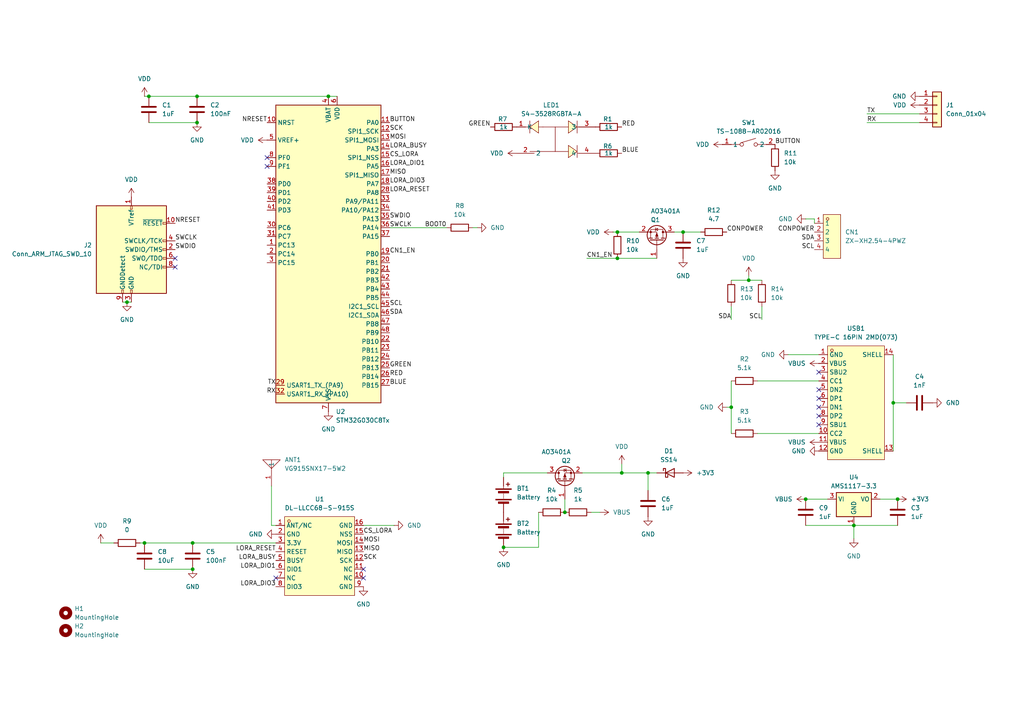
<source format=kicad_sch>
(kicad_sch (version 20250114) (generator "eeschema") (generator_version "9.0")
  (paper "A4")
  (lib_symbols
    (symbol "Connector:Conn_ARM_JTAG_SWD_10" (pin_names (offset 1.016))
      (property "Reference" "J" (at -2.54 16.51 0))
      (property "Value" "Conn_ARM_JTAG_SWD_10" (at -2.54 13.97 0))
      (symbol "Conn_ARM_JTAG_SWD_10_0_1"
        (rectangle (start -10.16 12.7) (end 10.16 -12.7) (stroke (width 0.254)) (fill (type background)))
        (rectangle (start -2.794 -12.7) (end -2.286 -11.684))
        (rectangle (start -0.254 12.7) (end 0.254 11.684))
        (rectangle (start -0.254 -12.7) (end 0.254 -11.684))
        (rectangle (start 9.144 2.286) (end 10.16 2.794))
        (rectangle (start 10.16 7.874) (end 9.144 7.366))
        (rectangle (start 10.16 -0.254) (end 9.144 0.254))
        (rectangle (start 10.16 -2.794) (end 9.144 -2.286))
      )
      (symbol "Conn_ARM_JTAG_SWD_10_1_1"
        (rectangle (start 9.144 -5.334) (end 10.16 -4.826))
        (pin no_connect line (at -10.16 0 0) (length 2.54) (hide yes) (name "KEY") (number "7"))
        (pin passive line (at -2.54 -15.24 90) (length 2.54) (name "GNDDetect") (number "9"))
        (pin power_in line (at 0 15.24 270) (length 2.54) (name "VTref") (number "1"))
        (pin power_in line (at 0 -15.24 90) (length 2.54) (name "GND") (number "3"))
        (pin passive line (at 0 -15.24 90) (length 2.54) (hide yes) (name "GND") (number "5"))
        (pin open_collector line (at 12.7 7.62 180) (length 2.54) (name "~{RESET}") (number "10"))
        (pin output line (at 12.7 2.54 180) (length 2.54) (name "SWCLK/TCK") (number "4"))
        (pin bidirectional line (at 12.7 0 180) (length 2.54) (name "SWDIO/TMS") (number "2"))
        (pin input line (at 12.7 -2.54 180) (length 2.54) (name "SWO/TDO") (number "6"))
        (pin output line (at 12.7 -5.08 180) (length 2.54) (name "NC/TDI") (number "8"))
      )
    )
    (symbol "Connector_Generic:Conn_01x04" (pin_names (offset 1.016) (hide yes))
      (property "Reference" "J" (at 0 5.08 0))
      (property "Value" "Conn_01x04" (at 0 -7.62 0))
      (symbol "Conn_01x04_1_1"
        (rectangle (start -1.27 3.81) (end 1.27 -6.35) (stroke (width 0.254)) (fill (type background)))
        (rectangle (start -1.27 2.667) (end 0 2.413) (stroke (width 0.1524)))
        (rectangle (start -1.27 0.127) (end 0 -0.127) (stroke (width 0.1524)))
        (rectangle (start -1.27 -2.413) (end 0 -2.667) (stroke (width 0.1524)))
        (rectangle (start -1.27 -4.953) (end 0 -5.207) (stroke (width 0.1524)))
        (pin passive line (at -5.08 2.54 0) (length 3.81) (name "Pin_1") (number "1"))
        (pin passive line (at -5.08 0 0) (length 3.81) (name "Pin_2") (number "2"))
        (pin passive line (at -5.08 -2.54 0) (length 3.81) (name "Pin_3") (number "3"))
        (pin passive line (at -5.08 -5.08 0) (length 3.81) (name "Pin_4") (number "4"))
      )
    )
    (symbol "Device:Battery" (pin_numbers (hide yes)) (pin_names (offset 0) (hide yes))
      (property "Reference" "BT" (at 2.54 2.54 0))
      (property "Value" "Battery" (at 2.54 0 0))
      (symbol "Battery_0_1"
        (rectangle (start -2.286 1.778) (end 2.286 1.524) (fill (type outline)))
        (rectangle (start -2.286 -1.27) (end 2.286 -1.524) (fill (type outline)))
        (rectangle (start -1.524 1.016) (end 1.524 0.508) (fill (type outline)))
        (rectangle (start -1.524 -2.032) (end 1.524 -2.54) (fill (type outline)))
        (polyline (pts (xy 0 1.778) (xy 0 2.54)))
        (polyline (pts (xy 0 0) (xy 0 0.254)))
        (polyline (pts (xy 0 -0.508) (xy 0 -0.254)))
        (polyline (pts (xy 0 -1.016) (xy 0 -0.762)))
        (polyline (pts (xy 0.762 3.048) (xy 1.778 3.048)) (stroke (width 0.254)))
        (polyline (pts (xy 1.27 3.556) (xy 1.27 2.54)) (stroke (width 0.254)))
      )
      (symbol "Battery_1_1"
        (pin passive line (at 0 5.08 270) (length 2.54) (name "+") (number "1"))
        (pin passive line (at 0 -5.08 90) (length 2.54) (name "-") (number "2"))
      )
    )
    (symbol "Device:C" (pin_numbers (hide yes)) (pin_names (offset 0.254))
      (property "Reference" "C" (at 0.635 2.54 0))
      (property "Value" "C" (at 0.635 -2.54 0))
      (symbol "C_0_1"
        (polyline (pts (xy -2.032 0.762) (xy 2.032 0.762)) (stroke (width 0.508)))
        (polyline (pts (xy -2.032 -0.762) (xy 2.032 -0.762)) (stroke (width 0.508)))
      )
      (symbol "C_1_1"
        (pin passive line (at 0 3.81 270) (length 2.794) (name "~") (number "1"))
        (pin passive line (at 0 -3.81 90) (length 2.794) (name "~") (number "2"))
      )
    )
    (symbol "Device:R" (pin_numbers (hide yes)) (pin_names (offset 0))
      (property "Reference" "R" (at 2.032 0 90))
      (property "Value" "R" (at 0 0 90))
      (symbol "R_0_1"
        (rectangle (start -1.016 -2.54) (end 1.016 2.54) (stroke (width 0.254)))
      )
      (symbol "R_1_1"
        (pin passive line (at 0 3.81 270) (length 1.27) (name "~") (number "1"))
        (pin passive line (at 0 -3.81 90) (length 1.27) (name "~") (number "2"))
      )
    )
    (symbol "Diode:SS14" (pin_numbers (hide yes)) (pin_names (offset 1.016) (hide yes))
      (property "Reference" "D" (at 0 2.54 0))
      (property "Value" "SS14" (at 0 -2.54 0))
      (symbol "SS14_0_1"
        (polyline (pts (xy -1.905 0.635) (xy -1.905 1.27) (xy -1.27 1.27) (xy -1.27 -1.27) (xy -0.635 -1.27) (xy -0.635 -0.635)) (stroke (width 0.254)))
        (polyline (pts (xy 1.27 1.27) (xy 1.27 -1.27) (xy -1.27 0) (xy 1.27 1.27)) (stroke (width 0.254)))
        (polyline (pts (xy 1.27 0) (xy -1.27 0)))
      )
      (symbol "SS14_1_1"
        (pin passive line (at -3.81 0 0) (length 2.54) (name "K") (number "1"))
        (pin passive line (at 3.81 0 180) (length 2.54) (name "A") (number "2"))
      )
    )
    (symbol "MCU_ST_STM32G0:STM32G030C8Tx"
      (property "Reference" "U2" (at 2.1433 -45.72 0))
      (property "Value" "STM32G030C8Tx" (at 2.1433 -48.26 0))
      (symbol "STM32G030C8Tx_0_1"
        (rectangle (start -15.24 43.18) (end 15.24 -43.18) (stroke (width 0.254)) (fill (type background)))
      )
      (symbol "STM32G030C8Tx_1_1"
        (pin input line (at -17.78 38.1 0) (length 2.54) (name "NRST") (number "10"))
        (pin input line (at -17.78 33.02 0) (length 2.54) (name "VREF+") (number "5"))
        (pin bidirectional line (at -17.78 27.94 0) (length 2.54) (name "PF0") (number "8"))
        (pin bidirectional line (at -17.78 25.4 0) (length 2.54) (name "PF1") (number "9"))
        (pin bidirectional line (at -17.78 20.32 0) (length 2.54) (name "PD0") (number "38"))
        (pin bidirectional line (at -17.78 17.78 0) (length 2.54) (name "PD1") (number "39"))
        (pin bidirectional line (at -17.78 15.24 0) (length 2.54) (name "PD2") (number "40"))
        (pin bidirectional line (at -17.78 12.7 0) (length 2.54) (name "PD3") (number "41"))
        (pin bidirectional line (at -17.78 7.62 0) (length 2.54) (name "PC6") (number "30"))
        (pin bidirectional line (at -17.78 5.08 0) (length 2.54) (name "PC7") (number "31"))
        (pin bidirectional line (at -17.78 2.54 0) (length 2.54) (name "PC13") (number "1"))
        (pin bidirectional line (at -17.78 0 0) (length 2.54) (name "PC14") (number "2"))
        (pin bidirectional line (at -17.78 -2.54 0) (length 2.54) (name "PC15") (number "3"))
        (pin bidirectional line (at -15.24 -38.1 0) (length 2.54) (name "NC/PA9") (number "29") (alternate "USART1_TX (PA9)" bidirectional line))
        (pin bidirectional line (at -15.24 -40.64 0) (length 2.54) (name "NC/PA10") (number "32") (alternate "USART1_RX (PA10)" bidirectional line))
        (pin power_in line (at 0 45.72 270) (length 2.54) (name "VBAT") (number "4"))
        (pin power_in line (at 0 -45.72 90) (length 2.54) (name "VSS") (number "7"))
        (pin power_in line (at 2.54 45.72 270) (length 2.54) (name "VDD") (number "6"))
        (pin bidirectional line (at 17.78 38.1 180) (length 2.54) (name "PA0") (number "11"))
        (pin bidirectional line (at 17.78 35.56 180) (length 2.54) (name "PA1") (number "12") (alternate "SPI1_SCK" bidirectional line))
        (pin bidirectional line (at 17.78 33.02 180) (length 2.54) (name "PA2") (number "13") (alternate "SPI1_MOSI" bidirectional line))
        (pin bidirectional line (at 17.78 30.48 180) (length 2.54) (name "PA3") (number "14"))
        (pin bidirectional line (at 17.78 27.94 180) (length 2.54) (name "PA4") (number "15") (alternate "SPI1_NSS" bidirectional line))
        (pin bidirectional line (at 17.78 25.4 180) (length 2.54) (name "PA5") (number "16") (alternate "SPI1_SCK" bidirectional line))
        (pin bidirectional line (at 17.78 22.86 180) (length 2.54) (name "PA6") (number "17") (alternate "SPI1_MISO" bidirectional line))
        (pin bidirectional line (at 17.78 20.32 180) (length 2.54) (name "PA7") (number "18") (alternate "SPI1_MOSI" bidirectional line))
        (pin bidirectional line (at 17.78 17.78 180) (length 2.54) (name "PA8") (number "28"))
        (pin bidirectional line (at 17.78 15.24 180) (length 2.54) (name "PA9/PA11") (number "33") (alternate "USART1_TX (PA9)" bidirectional line))
        (pin bidirectional line (at 17.78 12.7 180) (length 2.54) (name "PA10/PA12") (number "34") (alternate "USART1_RX (PA10)" bidirectional line))
        (pin bidirectional line (at 17.78 10.16 180) (length 2.54) (name "PA13") (number "35"))
        (pin bidirectional line (at 17.78 7.62 180) (length 2.54) (name "PA14") (number "36"))
        (pin bidirectional line (at 17.78 5.08 180) (length 2.54) (name "PA15") (number "37") (alternate "SPI1_NSS" bidirectional line))
        (pin bidirectional line (at 17.78 0 180) (length 2.54) (name "PB0") (number "19") (alternate "SPI1_NSS" bidirectional line))
        (pin bidirectional line (at 17.78 -2.54 180) (length 2.54) (name "PB1") (number "20"))
        (pin bidirectional line (at 17.78 -5.08 180) (length 2.54) (name "PB2") (number "21"))
        (pin bidirectional line (at 17.78 -7.62 180) (length 2.54) (name "PB3") (number "42") (alternate "SPI1_SCK" bidirectional line))
        (pin bidirectional line (at 17.78 -10.16 180) (length 2.54) (name "PB4") (number "43") (alternate "SPI1_MISO" bidirectional line))
        (pin bidirectional line (at 17.78 -12.7 180) (length 2.54) (name "PB5") (number "44") (alternate "SPI1_MOSI" bidirectional line))
        (pin bidirectional line (at 17.78 -15.24 180) (length 2.54) (name "PB6") (number "45") (alternate "I2C1_SCL" bidirectional line))
        (pin bidirectional line (at 17.78 -17.78 180) (length 2.54) (name "PB7") (number "46") (alternate "I2C1_SDA" bidirectional line))
        (pin bidirectional line (at 17.78 -20.32 180) (length 2.54) (name "PB8") (number "47") (alternate "I2C1_SCL" bidirectional line))
        (pin bidirectional line (at 17.78 -22.86 180) (length 2.54) (name "PB9") (number "48") (alternate "I2C1_SDA" bidirectional line))
        (pin bidirectional line (at 17.78 -25.4 180) (length 2.54) (name "PB10") (number "22"))
        (pin bidirectional line (at 17.78 -27.94 180) (length 2.54) (name "PB11") (number "23"))
        (pin bidirectional line (at 17.78 -30.48 180) (length 2.54) (name "PB12") (number "24"))
        (pin bidirectional line (at 17.78 -33.02 180) (length 2.54) (name "PB13") (number "25"))
        (pin bidirectional line (at 17.78 -35.56 180) (length 2.54) (name "PB14") (number "26"))
        (pin bidirectional line (at 17.78 -38.1 180) (length 2.54) (name "PB15") (number "27"))
      )
    )
    (symbol "Mechanical:MountingHole" (pin_names (offset 1.016)) (in_bom no)
      (property "Reference" "H" (at 0 5.08 0))
      (property "Value" "MountingHole" (at 0 3.175 0))
      (symbol "MountingHole_0_1"
        (circle (center 0 0) (radius 1.27) (stroke (width 1.27)))
      )
    )
    (symbol "Regulator_Linear:AMS1117-3.3"
      (property "Reference" "U" (at -3.81 3.175 0))
      (property "Value" "AMS1117-3.3" (at 0 3.175 0))
      (symbol "AMS1117-3.3_0_1"
        (rectangle (start -5.08 -5.08) (end 5.08 1.905) (stroke (width 0.254)) (fill (type background)))
      )
      (symbol "AMS1117-3.3_1_1"
        (pin power_in line (at -7.62 0 0) (length 2.54) (name "VI") (number "3"))
        (pin power_in line (at 0 -7.62 90) (length 2.54) (name "GND") (number "1"))
        (pin power_out line (at 7.62 0 180) (length 2.54) (name "VO") (number "2"))
      )
    )
    (symbol "Transistor_FET:AO3401A" (pin_names (hide yes))
      (property "Reference" "Q" (at 5.08 1.905 0))
      (property "Value" "AO3401A" (at 5.08 0 0))
      (symbol "AO3401A_0_1"
        (polyline (pts (xy 0.254 1.905) (xy 0.254 -1.905)) (stroke (width 0.254)))
        (polyline (pts (xy 0.254 0) (xy -2.54 0)))
        (polyline (pts (xy 0.762 2.286) (xy 0.762 1.27)) (stroke (width 0.254)))
        (polyline (pts (xy 0.762 1.778) (xy 3.302 1.778) (xy 3.302 -1.778) (xy 0.762 -1.778)))
        (polyline (pts (xy 0.762 0.508) (xy 0.762 -0.508)) (stroke (width 0.254)))
        (polyline (pts (xy 0.762 -1.27) (xy 0.762 -2.286)) (stroke (width 0.254)))
        (circle (center 1.651 0) (radius 2.794) (stroke (width 0.254)))
        (polyline (pts (xy 2.286 0) (xy 1.27 0.381) (xy 1.27 -0.381) (xy 2.286 0)) (fill (type outline)))
        (polyline (pts (xy 2.54 2.54) (xy 2.54 1.778)))
        (circle (center 2.54 1.778) (radius 0.254) (fill (type outline)))
        (circle (center 2.54 -1.778) (radius 0.254) (fill (type outline)))
        (polyline (pts (xy 2.54 -2.54) (xy 2.54 0) (xy 0.762 0)))
        (polyline (pts (xy 2.794 -0.508) (xy 2.921 -0.381) (xy 3.683 -0.381) (xy 3.81 -0.254)))
        (polyline (pts (xy 3.302 -0.381) (xy 2.921 0.254) (xy 3.683 0.254) (xy 3.302 -0.381)))
      )
      (symbol "AO3401A_1_1"
        (pin input line (at -5.08 0 0) (length 2.54) (name "G") (number "1"))
        (pin passive line (at 2.54 5.08 270) (length 2.54) (name "D") (number "3"))
        (pin passive line (at 2.54 -5.08 90) (length 2.54) (name "S") (number "2"))
      )
    )
    (symbol "easyeda:DL-LLCC68-S-915S"
      (property "Reference" "U" (at 0 13.97 0))
      (property "Value" "DL-LLCC68-S-915S" (at 0 -13.97 0))
      (symbol "DL-LLCC68-S-915S_0_1"
        (rectangle (start -10.16 11.43) (end 10.16 -11.43) (fill (type background)))
        (circle (center -8.89 10.16) (radius 0.38))
        (pin unspecified line (at -12.7 8.89 0) (length 2.54) (name "ANT/NC") (number "1"))
        (pin unspecified line (at -12.7 6.35 0) (length 2.54) (name "GND") (number "2"))
        (pin unspecified line (at -12.7 3.81 0) (length 2.54) (name "3.3V") (number "3"))
        (pin unspecified line (at -12.7 1.27 0) (length 2.54) (name "RESET") (number "4"))
        (pin unspecified line (at -12.7 -1.27 0) (length 2.54) (name "BUSY") (number "5"))
        (pin unspecified line (at -12.7 -3.81 0) (length 2.54) (name "DIO1") (number "6"))
        (pin unspecified line (at -12.7 -6.35 0) (length 2.54) (name "NC") (number "7"))
        (pin unspecified line (at -12.7 -8.89 0) (length 2.54) (name "DIO3") (number "8"))
        (pin unspecified line (at 12.7 8.89 180) (length 2.54) (name "GND") (number "16"))
        (pin unspecified line (at 12.7 6.35 180) (length 2.54) (name "NSS") (number "15"))
        (pin unspecified line (at 12.7 3.81 180) (length 2.54) (name "MOSI") (number "14"))
        (pin unspecified line (at 12.7 1.27 180) (length 2.54) (name "MISO") (number "13"))
        (pin unspecified line (at 12.7 -1.27 180) (length 2.54) (name "SCK") (number "12"))
        (pin unspecified line (at 12.7 -3.81 180) (length 2.54) (name "NC") (number "11"))
        (pin unspecified line (at 12.7 -6.35 180) (length 2.54) (name "NC") (number "10"))
        (pin unspecified line (at 12.7 -8.89 180) (length 2.54) (name "GND") (number "9"))
      )
    )
    (symbol "easyeda:S4-3528RGBTA-A"
      (property "Reference" "LED" (at 0 5.08 0))
      (property "Value" "S4-3528RGBTA-A" (at 0 -12.19 0))
      (symbol "S4-3528RGBTA-A_0_1"
        (polyline (pts (xy -1.27 1.78) (xy -1.27 -1.78)))
        (polyline (pts (xy -1.27 0) (xy -2.54 0)))
        (polyline (pts (xy 1.27 1.78) (xy -1.27 0) (xy 1.27 -1.78) (xy 1.27 1.78)) (fill (type background)))
        (polyline (pts (xy 2.54 0) (xy 1.27 0)))
        (polyline (pts (xy 2.54 0) (xy 9.91 0)))
        (polyline (pts (xy 6.1 0) (xy 6.1 -7.11) (xy 9.91 -7.11)))
        (polyline (pts (xy 6.1 -7.11) (xy -1.27 -7.11)))
        (polyline (pts (xy 9.91 -1.78) (xy 12.45 0) (xy 9.91 1.78) (xy 9.91 -1.78)) (fill (type background)))
        (polyline (pts (xy 9.91 -8.89) (xy 12.45 -7.11) (xy 9.91 -5.33) (xy 9.91 -8.89)) (fill (type background)))
        (polyline (pts (xy 12.45 -1.78) (xy 12.45 1.78)))
        (polyline (pts (xy 12.45 -8.89) (xy 12.45 -5.33)))
        (pin unspecified line (at -5.08 0 0) (length 2.54) (name "K") (number "1"))
        (pin unspecified line (at -5.08 -7.62 0) (length 5.08) (name "2") (number "2"))
        (pin unspecified line (at 17.78 0 180) (length 5.08) (name "3") (number "3"))
        (pin unspecified line (at 17.78 -7.62 180) (length 5.08) (name "4") (number "4"))
      )
    )
    (symbol "easyeda:TS-1088-AR02016"
      (property "Reference" "SW" (at 0 5.08 0))
      (property "Value" "TS-1088-AR02016" (at 0 -5.08 0))
      (symbol "TS-1088-AR02016_0_1"
        (polyline (pts (xy -5.08 0) (xy -2.54 0)))
        (polyline (pts (xy -2.29 0.51) (xy 2.03 1.78)))
        (circle (center -2.03 0) (radius 0.51))
        (circle (center 2.03 0) (radius 0.51))
        (polyline (pts (xy 5.08 0) (xy 2.54 0)))
        (pin unspecified line (at -7.62 0 0) (length 2.54) (name "1") (number "1"))
        (pin unspecified line (at 7.62 0 180) (length 2.54) (name "2") (number "2"))
      )
    )
    (symbol "easyeda:TYPE-C16PIN2MD(073)"
      (property "Reference" "USB" (at 0 19.05 0))
      (property "Value" "TYPE-C 16PIN 2MD(073)" (at 0 -19.05 0))
      (symbol "TYPE-C16PIN2MD(073)_0_1"
        (rectangle (start -8.89 16.51) (end 7.62 -16.51) (fill (type background)))
        (circle (center -7.62 15.24) (radius 0.38))
        (pin unspecified line (at -11.43 13.97 0) (length 2.54) (name "GND") (number "1"))
        (pin unspecified line (at -11.43 11.43 0) (length 2.54) (name "VBUS") (number "2"))
        (pin unspecified line (at -11.43 8.89 0) (length 2.54) (name "SBU2") (number "3"))
        (pin unspecified line (at -11.43 6.35 0) (length 2.54) (name "CC1") (number "4"))
        (pin unspecified line (at -11.43 3.81 0) (length 2.54) (name "DN2") (number "5"))
        (pin unspecified line (at -11.43 1.27 0) (length 2.54) (name "DP1") (number "6"))
        (pin unspecified line (at -11.43 -1.27 0) (length 2.54) (name "DN1") (number "7"))
        (pin unspecified line (at -11.43 -3.81 0) (length 2.54) (name "DP2") (number "8"))
        (pin unspecified line (at -11.43 -6.35 0) (length 2.54) (name "SBU1") (number "9"))
        (pin unspecified line (at -11.43 -8.89 0) (length 2.54) (name "CC2") (number "10"))
        (pin unspecified line (at -11.43 -11.43 0) (length 2.54) (name "VBUS") (number "11"))
        (pin unspecified line (at -11.43 -13.97 0) (length 2.54) (name "GND") (number "12"))
        (pin unspecified line (at 10.16 13.97 180) (length 2.54) (name "SHELL") (number "14"))
        (pin unspecified line (at 10.16 -13.97 180) (length 2.54) (name "SHELL") (number "13"))
      )
    )
    (symbol "easyeda:VG915SNX17-5W2"
      (property "Reference" "ANT" (at 0 2.54 0))
      (property "Value" "VG915SNX17-5W2" (at 0 -7.62 0))
      (symbol "VG915SNX17-5W2_0_1"
        (polyline (pts (xy 0 2.54) (xy -2.54 5.08) (xy 2.54 5.08) (xy 0 2.54) (xy 0 5.08)))
        (pin unspecified line (at 0 -2.54 90) (length 5.08) (name "1") (number "1"))
      )
    )
    (symbol "easyeda:ZX-XH2.54-4PWZ"
      (property "Reference" "CN" (at 0 8.89 0))
      (property "Value" "ZX-XH2.54-4PWZ" (at 0 -8.89 0))
      (symbol "ZX-XH2.54-4PWZ_0_1"
        (rectangle (start -2.54 6.35) (end 2.54 -6.35) (fill (type background)))
        (circle (center -1.27 5.08) (radius 0.38))
        (pin unspecified line (at -5.08 3.81 0) (length 2.54) (name "1") (number "1"))
        (pin unspecified line (at -5.08 1.27 0) (length 2.54) (name "2") (number "2"))
        (pin unspecified line (at -5.08 -1.27 0) (length 2.54) (name "3") (number "3"))
        (pin unspecified line (at -5.08 -3.81 0) (length 2.54) (name "4") (number "4"))
      )
    )
    (symbol "power:+3V3" (power) (pin_numbers (hide yes)) (pin_names (offset 0) (hide yes))
      (property "Value" "+3V3" (at 0 3.556 0))
      (symbol "+3V3_0_1"
        (polyline (pts (xy -0.762 1.27) (xy 0 2.54)))
        (polyline (pts (xy 0 2.54) (xy 0.762 1.27)))
        (polyline (pts (xy 0 0) (xy 0 2.54)))
      )
      (symbol "+3V3_1_1"
        (pin power_in line (at 0 0 90) (length 0) (name "~") (number "1"))
      )
    )
    (symbol "power:GND" (power) (pin_numbers (hide yes)) (pin_names (offset 0) (hide yes))
      (property "Value" "GND" (at 0 -3.81 0))
      (symbol "GND_0_1"
        (polyline (pts (xy 0 0) (xy 0 -1.27) (xy 1.27 -1.27) (xy 0 -2.54) (xy -1.27 -1.27) (xy 0 -1.27)))
      )
      (symbol "GND_1_1"
        (pin power_in line (at 0 0 270) (length 0) (name "~") (number "1"))
      )
    )
    (symbol "power:VBUS" (power) (pin_numbers (hide yes)) (pin_names (offset 0) (hide yes))
      (property "Value" "VBUS" (at 0 3.556 0))
      (symbol "VBUS_0_1"
        (polyline (pts (xy -0.762 1.27) (xy 0 2.54)))
        (polyline (pts (xy 0 2.54) (xy 0.762 1.27)))
        (polyline (pts (xy 0 0) (xy 0 2.54)))
      )
      (symbol "VBUS_1_1"
        (pin power_in line (at 0 0 90) (length 0) (name "~") (number "1"))
      )
    )
    (symbol "power:VDD" (power) (pin_numbers (hide yes)) (pin_names (offset 0) (hide yes))
      (property "Value" "VDD" (at 0 3.556 0))
      (symbol "VDD_0_1"
        (polyline (pts (xy -0.762 1.27) (xy 0 2.54)))
        (polyline (pts (xy 0 2.54) (xy 0.762 1.27)))
        (polyline (pts (xy 0 0) (xy 0 2.54)))
      )
      (symbol "VDD_1_1"
        (pin power_in line (at 0 0 90) (length 0) (name "~") (number "1"))
      )
    )
  )
  (junction (at 180.34 137.16))
  (junction (at 187.96 137.16))
  (junction (at 247.65 152.4))
  (junction (at 233.68 144.78))
  (junction (at 57.15 27.94))
  (junction (at 179.07 67.31))
  (junction (at 179.07 74.93))
  (junction (at 55.88 165.1))
  (junction (at 41.91 157.48))
  (junction (at 43.18 27.94))
  (junction (at 198.12 67.31))
  (junction (at 260.35 144.78))
  (junction (at 95.25 27.94))
  (junction (at 212.09 118.11))
  (junction (at 36.83 87.63))
  (junction (at 55.88 157.48))
  (junction (at 163.83 148.59))
  (junction (at 217.17 81.28))
  (junction (at 146.05 158.75))
  (junction (at 259.08 116.84))
  (junction (at 57.15 35.56))
  (no_connect (at 77.47 45.72))
  (no_connect (at 237.49 107.95))
  (no_connect (at 237.49 123.19))
  (no_connect (at 80.01 167.64))
  (no_connect (at 105.41 167.64))
  (no_connect (at 237.49 120.65))
  (no_connect (at 237.49 115.57))
  (no_connect (at 237.49 113.03))
  (no_connect (at 50.8 77.47))
  (no_connect (at 77.47 48.26))
  (no_connect (at 105.41 165.1))
  (no_connect (at 50.8 74.93))
  (no_connect (at 237.49 118.11))
  (wire (pts (xy 198.12 67.31) (xy 203.2 67.31)))
  (wire (pts (xy 29.21 157.48) (xy 33.02 157.48)))
  (wire (pts (xy 158.75 137.16) (xy 146.05 137.16)))
  (wire (pts (xy 168.91 137.16) (xy 180.34 137.16)))
  (wire (pts (xy 255.27 144.78) (xy 260.35 144.78)))
  (wire (pts (xy 40.64 157.48) (xy 41.91 157.48)))
  (wire (pts (xy 187.96 137.16) (xy 190.5 137.16)))
  (wire (pts (xy 35.56 87.63) (xy 36.83 87.63)))
  (wire (pts (xy 177.8 67.31) (xy 179.07 67.31)))
  (wire (pts (xy 247.65 152.4) (xy 247.65 156.21)))
  (wire (pts (xy 41.91 157.48) (xy 55.88 157.48)))
  (wire (pts (xy 212.09 81.28) (xy 217.17 81.28)))
  (wire (pts (xy 171.45 148.59) (xy 173.99 148.59)))
  (wire (pts (xy 219.71 125.73) (xy 237.49 125.73)))
  (wire (pts (xy 259.08 102.87) (xy 259.08 116.84)))
  (wire (pts (xy 236.22 63.5) (xy 236.22 64.77)))
  (wire (pts (xy 247.65 152.4) (xy 260.35 152.4)))
  (wire (pts (xy 57.15 27.94) (xy 95.25 27.94)))
  (wire (pts (xy 43.18 35.56) (xy 57.15 35.56)))
  (wire (pts (xy 55.88 157.48) (xy 80.01 157.48)))
  (wire (pts (xy 217.17 81.28) (xy 220.98 81.28)))
  (wire (pts (xy 212.09 92.71) (xy 212.09 88.9)))
  (wire (pts (xy 180.34 137.16) (xy 187.96 137.16)))
  (wire (pts (xy 113.03 66.04) (xy 129.54 66.04)))
  (wire (pts (xy 180.34 134.62) (xy 180.34 137.16)))
  (wire (pts (xy 156.21 158.75) (xy 146.05 158.75)))
  (wire (pts (xy 156.21 148.59) (xy 156.21 158.75)))
  (wire (pts (xy 233.68 63.5) (xy 236.22 63.5)))
  (wire (pts (xy 220.98 92.71) (xy 220.98 88.9)))
  (wire (pts (xy 210.82 118.11) (xy 212.09 118.11)))
  (wire (pts (xy 95.25 27.94) (xy 97.79 27.94)))
  (wire (pts (xy 179.07 74.93) (xy 190.5 74.93)))
  (wire (pts (xy 212.09 118.11) (xy 212.09 125.73)))
  (wire (pts (xy 259.08 116.84) (xy 259.08 130.81)))
  (wire (pts (xy 78.74 140.97) (xy 78.74 152.4)))
  (wire (pts (xy 80.01 152.4) (xy 78.74 152.4)))
  (wire (pts (xy 251.46 33.02) (xy 266.7 33.02)))
  (wire (pts (xy 233.68 152.4) (xy 247.65 152.4)))
  (wire (pts (xy 146.05 137.16) (xy 146.05 138.43)))
  (wire (pts (xy 259.08 116.84) (xy 262.89 116.84)))
  (wire (pts (xy 187.96 142.24) (xy 187.96 137.16)))
  (wire (pts (xy 41.91 27.94) (xy 43.18 27.94)))
  (wire (pts (xy 179.07 67.31) (xy 185.42 67.31)))
  (wire (pts (xy 251.46 35.56) (xy 266.7 35.56)))
  (wire (pts (xy 137.16 66.04) (xy 138.43 66.04)))
  (wire (pts (xy 217.17 81.28) (xy 217.17 80.01)))
  (wire (pts (xy 43.18 27.94) (xy 57.15 27.94)))
  (wire (pts (xy 36.83 87.63) (xy 38.1 87.63)))
  (wire (pts (xy 195.58 67.31) (xy 198.12 67.31)))
  (wire (pts (xy 163.83 148.59) (xy 163.83 144.78)))
  (wire (pts (xy 170.18 74.93) (xy 179.07 74.93)))
  (wire (pts (xy 228.6 102.87) (xy 237.49 102.87)))
  (wire (pts (xy 41.91 165.1) (xy 55.88 165.1)))
  (wire (pts (xy 219.71 110.49) (xy 237.49 110.49)))
  (wire (pts (xy 105.41 152.4) (xy 114.3 152.4)))
  (wire (pts (xy 212.09 110.49) (xy 212.09 118.11)))
  (wire (pts (xy 233.68 144.78) (xy 240.03 144.78)))
  (label "SWCLK" (at 113.03 66.04 0))
  (label "CN1_EN" (at 170.18 74.93 0))
  (label "SWCLK" (at 50.8 69.85 0))
  (label "CONPOWER" (at 210.82 67.31 0))
  (label "LORA_BUSY" (at 113.03 43.18 0))
  (label "SDA" (at 236.22 69.85 180))
  (label "MISO" (at 113.03 50.8 0))
  (label "RED" (at 180.34 36.83 0))
  (label "RX" (at 251.46 35.56 0))
  (label "CS_LORA" (at 105.41 154.94 0))
  (label "SCL" (at 236.22 72.39 180))
  (label "TX" (at 251.46 33.02 0))
  (label "BLUE" (at 180.34 44.45 0))
  (label "TX" (at 80.01 111.76 180))
  (label "NRESET" (at 77.47 35.56 180))
  (label "SDA" (at 212.09 92.71 180))
  (label "SCK" (at 113.03 38.1 0))
  (label "SDA" (at 113.03 91.44 0))
  (label "SCL" (at 113.03 88.9 0))
  (label "SWDIO" (at 113.03 63.5 0))
  (label "RED" (at 113.03 109.22 0))
  (label "CN1_EN" (at 113.03 73.66 0))
  (label "LORA_DIO3" (at 80.01 170.18 180))
  (label "GREEN" (at 113.03 106.68 0))
  (label "BUTTON" (at 113.03 35.56 0))
  (label "LORA_RESET" (at 80.01 160.02 180))
  (label "LORA_DIO3" (at 113.03 53.34 0))
  (label "CONPOWER" (at 236.22 67.31 180))
  (label "SWDIO" (at 50.8 72.39 0))
  (label "BUTTON" (at 224.79 41.91 0))
  (label "MOSI" (at 105.41 157.48 0))
  (label "BLUE" (at 113.03 111.76 0))
  (label "RX" (at 80.01 114.3 180))
  (label "LORA_DIO1" (at 113.03 48.26 0))
  (label "SCL" (at 220.98 92.71 180))
  (label "LORA_RESET" (at 113.03 55.88 0))
  (label "BOOT0" (at 123.19 66.04 0))
  (label "NRESET" (at 50.8 64.77 0))
  (label "LORA_BUSY" (at 80.01 162.56 180))
  (label "SCK" (at 105.41 162.56 0))
  (label "LORA_DIO1" (at 80.01 165.1 180))
  (label "CS_LORA" (at 113.03 45.72 0))
  (label "MISO" (at 105.41 160.02 0))
  (label "MOSI" (at 113.03 40.64 0))
  (label "GREEN" (at 142.24 36.83 180))
  (symbol (lib_id "Connector_Generic:Conn_01x04") (at 271.78 30.48 0) (unit 1)
    (property "Reference" "J1" (at 274.32 30.4799 0) (effects (justify left)))
    (property "Value" "Conn_01x04" (at 274.32 33.0199 0) (effects (justify left)))
    (property "Footprint" "Connector_PinHeader_2.54mm:PinHeader_1x04_P2.54mm_Vertical" (effects (hide yes)))
    (property "Description" "Generic connector, single row, 01x04, script generated (kicad-library-utils/schlib/autogen/connector/)" (effects (hide yes)))
  )
  (symbol (lib_id "Transistor_FET:AO3401A") (at 163.83 139.7 90) (unit 1)
    (property "Reference" "Q2" (at 165.608 133.604 90) (effects (justify left)))
    (property "Value" "AO3401A" (at 165.608 131.064 90) (effects (justify left)))
    (property "Footprint" "Package_TO_SOT_SMD:SOT-23" (effects (hide yes)))
    (property "Datasheet" "http://www.aosmd.com/pdfs/datasheet/AO3401A.pdf" (effects (hide yes)))
    (property "Description" "-4.0A Id, -30V Vds, P-Channel MOSFET, SOT-23" (effects (hide yes)))
  )
  (symbol (lib_id "Device:R") (at 215.9 125.73 90) (unit 1)
    (property "Reference" "R3" (at 215.9 119.38 90))
    (property "Value" "5.1k" (at 215.9 121.92 90))
    (property "Footprint" "Resistor_SMD:R_0603_1608Metric" (effects (hide yes)))
    (property "Description" "Resistor" (effects (hide yes)))
  )
  (symbol (lib_id "power:GND") (at 138.43 66.04 90) (unit 1)
    (property "Reference" "#PWR020" (effects (hide yes)))
    (property "Value" "GND" (at 142.24 66.0399 90) (effects (justify right)))
    (property "Description" "Power symbol creates a global label with name \"GND\" , ground" (effects (hide yes)))
  )
  (symbol (lib_id "power:VBUS") (at 237.49 128.27 90) (unit 1)
    (property "Reference" "#PWR023" (effects (hide yes)))
    (property "Value" "VBUS" (at 233.68 128.2699 90) (effects (justify left)))
    (property "Description" "Power symbol creates a global label with name \"VBUS\"" (effects (hide yes)))
  )
  (symbol (lib_id "Device:C") (at 266.7 116.84 270) (unit 1)
    (property "Reference" "C4" (at 266.7 109.22 90))
    (property "Value" "1nF" (at 266.7 111.76 90))
    (property "Footprint" "Capacitor_SMD:C_0603_1608Metric" (effects (hide yes)))
    (property "Description" "Unpolarized capacitor" (effects (hide yes)))
  )
  (symbol (lib_id "Mechanical:MountingHole") (at 19.05 182.88 0) (unit 1) (in_bom no)
    (property "Reference" "H2" (at 21.59 181.6099 0) (effects (justify left)))
    (property "Value" "MountingHole" (at 21.59 184.1499 0) (effects (justify left)))
    (property "Footprint" "MountingHole:MountingHole_3.2mm_M3" (effects (hide yes)))
    (property "Description" "Mounting Hole without connection" (effects (hide yes)))
  )
  (symbol (lib_id "power:GND") (at 228.6 102.87 270) (unit 1)
    (property "Reference" "#PWR021" (effects (hide yes)))
    (property "Value" "GND" (at 224.79 102.8699 90) (effects (justify right)))
    (property "Description" "Power symbol creates a global label with name \"GND\" , ground" (effects (hide yes)))
  )
  (symbol (lib_id "Transistor_FET:AO3401A") (at 190.5 69.85 270) (mirror x) (unit 1)
    (property "Reference" "Q1" (at 188.722 63.754 90) (effects (justify left)))
    (property "Value" "AO3401A" (at 188.722 61.214 90) (effects (justify left)))
    (property "Footprint" "Package_TO_SOT_SMD:SOT-23" (effects (hide yes)))
    (property "Datasheet" "http://www.aosmd.com/pdfs/datasheet/AO3401A.pdf" (effects (hide yes)))
    (property "Description" "-4.0A Id, -30V Vds, P-Channel MOSFET, SOT-23" (effects (hide yes)))
  )
  (symbol (lib_id "Device:Battery") (at 146.05 153.67 0) (unit 1)
    (property "Reference" "BT2" (at 149.86 151.8284 0) (effects (justify left)))
    (property "Value" "Battery" (at 149.86 154.3684 0) (effects (justify left)))
    (property "Footprint" "Battery:BatteryHolder_Keystone_2460_1xAA" (effects (hide yes)))
    (property "Description" "Multiple-cell battery" (effects (hide yes)))
  )
  (symbol (lib_id "easyeda:TS-1088-AR02016") (at 217.17 41.91 0) (unit 1)
    (property "Reference" "SW1" (at 217.17 35.56 0))
    (property "Value" "TS-1088-AR02016" (at 217.17 38.1 0))
    (property "Footprint" "easyeda:SW-SMD_L3.9-W3.0-P4.45" (effects (hide yes)))
    (property "Datasheet" "https://lcsc.com/product-detail/Tactile-Switches_XUNPU-TS-1088-AR02016_C720477.html" (effects (hide yes)))
    (property "LCSC Part" "C720477" (effects (hide yes)))
  )
  (symbol (lib_id "power:VDD") (at 177.8 67.31 90) (unit 1)
    (property "Reference" "#PWR032" (effects (hide yes)))
    (property "Value" "VDD" (at 173.99 67.3099 90) (effects (justify left)))
    (property "Description" "Power symbol creates a global label with name \"VDD\"" (effects (hide yes)))
  )
  (symbol (lib_id "power:GND") (at 57.15 35.56 0) (unit 1)
    (property "Reference" "#PWR05" (effects (hide yes)))
    (property "Value" "GND" (at 57.15 40.64 0))
    (property "Description" "Power symbol creates a global label with name \"GND\" , ground" (effects (hide yes)))
  )
  (symbol (lib_id "Device:Battery") (at 146.05 143.51 0) (unit 1)
    (property "Reference" "BT1" (at 149.86 141.6684 0) (effects (justify left)))
    (property "Value" "Battery" (at 149.86 144.2084 0) (effects (justify left)))
    (property "Footprint" "Battery:BatteryHolder_Keystone_2460_1xAA" (effects (hide yes)))
    (property "Description" "Multiple-cell battery" (effects (hide yes)))
  )
  (symbol (lib_id "Device:R") (at 179.07 71.12 180) (unit 1)
    (property "Reference" "R10" (at 181.61 69.8499 0) (effects (justify right)))
    (property "Value" "10k" (at 181.61 72.3899 0) (effects (justify right)))
    (property "Footprint" "Resistor_SMD:R_0603_1608Metric" (effects (hide yes)))
    (property "Description" "Resistor" (effects (hide yes)))
  )
  (symbol (lib_id "power:+3V3") (at 198.12 137.16 270) (unit 1)
    (property "Reference" "#PWR028" (effects (hide yes)))
    (property "Value" "+3V3" (at 201.93 137.1601 90) (effects (justify left)))
    (property "Description" "Power symbol creates a global label with name \"+3V3\"" (effects (hide yes)))
  )
  (symbol (lib_id "Device:R") (at 167.64 148.59 90) (unit 1)
    (property "Reference" "R5" (at 167.64 142.24 90))
    (property "Value" "1k" (at 167.64 144.78 90))
    (property "Footprint" "Resistor_SMD:R_0603_1608Metric" (effects (hide yes)))
    (property "Description" "Resistor" (effects (hide yes)))
  )
  (symbol (lib_id "Device:R") (at 176.53 36.83 270) (unit 1)
    (property "Reference" "R1" (at 176.276 34.544 90))
    (property "Value" "1k" (at 176.53 36.83 90))
    (property "Footprint" "Resistor_SMD:R_0603_1608Metric" (effects (hide yes)))
    (property "Description" "Resistor" (effects (hide yes)))
  )
  (symbol (lib_id "power:VDD") (at 149.86 44.45 90) (unit 1)
    (property "Reference" "#PWR06" (effects (hide yes)))
    (property "Value" "VDD" (at 146.05 44.4499 90) (effects (justify left)))
    (property "Description" "Power symbol creates a global label with name \"VDD\"" (effects (hide yes)))
  )
  (symbol (lib_id "power:VDD") (at 266.7 30.48 90) (unit 1)
    (property "Reference" "#PWR010" (effects (hide yes)))
    (property "Value" "VDD" (at 262.89 30.4799 90) (effects (justify left)))
    (property "Description" "Power symbol creates a global label with name \"VDD\"" (effects (hide yes)))
  )
  (symbol (lib_id "power:VDD") (at 38.1 57.15 0) (unit 1)
    (property "Reference" "#PWR03" (effects (hide yes)))
    (property "Value" "VDD" (at 38.1 52.07 0))
    (property "Description" "Power symbol creates a global label with name \"VDD\"" (effects (hide yes)))
  )
  (symbol (lib_id "power:VDD") (at 41.91 27.94 0) (unit 1)
    (property "Reference" "#PWR04" (effects (hide yes)))
    (property "Value" "VDD" (at 41.91 22.86 0))
    (property "Description" "Power symbol creates a global label with name \"VDD\"" (effects (hide yes)))
  )
  (symbol (lib_id "power:GND") (at 270.51 116.84 90) (unit 1)
    (property "Reference" "#PWR025" (effects (hide yes)))
    (property "Value" "GND" (at 274.32 116.8399 90) (effects (justify right)))
    (property "Description" "Power symbol creates a global label with name \"GND\" , ground" (effects (hide yes)))
  )
  (symbol (lib_id "Connector:Conn_ARM_JTAG_SWD_10") (at 38.1 72.39 0) (unit 1)
    (property "Reference" "J2" (at 26.67 71.1199 0) (effects (justify right)))
    (property "Value" "Conn_ARM_JTAG_SWD_10" (at 26.67 73.6599 0) (effects (justify right)))
    (property "Footprint" "Connector_PinHeader_1.27mm:PinHeader_2x05_P1.27mm_Vertical" (effects (hide yes)))
    (property "Datasheet" "http://infocenter.arm.com/help/topic/com.arm.doc.ddi0314h/DDI0314H_coresight_components_trm.pdf" (effects (hide yes)))
    (property "Description" "Cortex Debug Connector, standard ARM Cortex-M SWD and JTAG interface" (effects (hide yes)))
    (property "LCSC Part" "C22373829" (effects (hide yes)))
  )
  (symbol (lib_id "power:GND") (at 80.01 154.94 270) (unit 1)
    (property "Reference" "#PWR09" (effects (hide yes)))
    (property "Value" "GND" (at 76.2 154.9399 90) (effects (justify right)))
    (property "Description" "Power symbol creates a global label with name \"GND\" , ground" (effects (hide yes)))
  )
  (symbol (lib_id "power:+3V3") (at 260.35 144.78 270) (unit 1)
    (property "Reference" "#PWR017" (effects (hide yes)))
    (property "Value" "+3V3" (at 264.16 144.7801 90) (effects (justify left)))
    (property "Description" "Power symbol creates a global label with name \"+3V3\"" (effects (hide yes)))
  )
  (symbol (lib_id "Device:R") (at 160.02 148.59 90) (unit 1)
    (property "Reference" "R4" (at 160.02 142.24 90))
    (property "Value" "10k" (at 160.02 144.78 90))
    (property "Footprint" "Resistor_SMD:R_0603_1608Metric" (effects (hide yes)))
    (property "Description" "Resistor" (effects (hide yes)))
  )
  (symbol (lib_id "power:VDD") (at 217.17 80.01 0) (unit 1)
    (property "Reference" "#PWR035" (effects (hide yes)))
    (property "Value" "VDD" (at 217.17 74.93 0))
    (property "Description" "Power symbol creates a global label with name \"VDD\"" (effects (hide yes)))
  )
  (symbol (lib_id "power:GND") (at 114.3 152.4 90) (unit 1)
    (property "Reference" "#PWR019" (effects (hide yes)))
    (property "Value" "GND" (at 118.11 152.3999 90) (effects (justify right)))
    (property "Description" "Power symbol creates a global label with name \"GND\" , ground" (effects (hide yes)))
  )
  (symbol (lib_id "Device:C") (at 233.68 148.59 0) (unit 1)
    (property "Reference" "C9" (at 237.49 147.3199 0) (effects (justify left)))
    (property "Value" "1uF" (at 237.49 149.8599 0) (effects (justify left)))
    (property "Footprint" "Capacitor_SMD:C_0603_1608Metric" (effects (hide yes)))
    (property "Description" "Unpolarized capacitor" (effects (hide yes)))
  )
  (symbol (lib_id "Device:R") (at 212.09 85.09 180) (unit 1)
    (property "Reference" "R13" (at 214.63 83.8199 0) (effects (justify right)))
    (property "Value" "10k" (at 214.63 86.3599 0) (effects (justify right)))
    (property "Footprint" "Resistor_SMD:R_0603_1608Metric" (effects (hide yes)))
    (property "Description" "Resistor" (effects (hide yes)))
  )
  (symbol (lib_id "power:GND") (at 266.7 27.94 270) (unit 1)
    (property "Reference" "#PWR016" (effects (hide yes)))
    (property "Value" "GND" (at 262.89 27.9399 90) (effects (justify right)))
    (property "Description" "Power symbol creates a global label with name \"GND\" , ground" (effects (hide yes)))
  )
  (symbol (lib_id "power:VDD") (at 29.21 157.48 0) (unit 1)
    (property "Reference" "#PWR08" (effects (hide yes)))
    (property "Value" "VDD" (at 29.21 152.4 0))
    (property "Description" "Power symbol creates a global label with name \"VDD\"" (effects (hide yes)))
  )
  (symbol (lib_id "Mechanical:MountingHole") (at 19.05 177.8 0) (unit 1) (in_bom no)
    (property "Reference" "H1" (at 21.59 176.5299 0) (effects (justify left)))
    (property "Value" "MountingHole" (at 21.59 179.0699 0) (effects (justify left)))
    (property "Footprint" "MountingHole:MountingHole_3.2mm_M3" (effects (hide yes)))
    (property "Description" "Mounting Hole without connection" (effects (hide yes)))
  )
  (symbol (lib_id "power:GND") (at 105.41 170.18 0) (unit 1)
    (property "Reference" "#PWR018" (effects (hide yes)))
    (property "Value" "GND" (at 105.41 175.26 0))
    (property "Description" "Power symbol creates a global label with name \"GND\" , ground" (effects (hide yes)))
  )
  (symbol (lib_id "power:GND") (at 55.88 165.1 0) (unit 1)
    (property "Reference" "#PWR027" (effects (hide yes)))
    (property "Value" "GND" (at 55.88 170.18 0))
    (property "Description" "Power symbol creates a global label with name \"GND\" , ground" (effects (hide yes)))
  )
  (symbol (lib_id "Device:R") (at 146.05 36.83 270) (unit 1)
    (property "Reference" "R7" (at 145.796 34.544 90))
    (property "Value" "1k" (at 146.05 36.83 90))
    (property "Footprint" "Resistor_SMD:R_0603_1608Metric" (effects (hide yes)))
    (property "Description" "Resistor" (effects (hide yes)))
  )
  (symbol (lib_id "easyeda:S4-3528RGBTA-A") (at 154.94 36.83 0) (unit 1)
    (property "Reference" "LED1" (at 159.895 30.48 0))
    (property "Value" "S4-3528RGBTA-A" (at 159.895 33.02 0))
    (property "Footprint" "easyeda:LED-SMD_4P-L3.2-W2.8-LS3.5-TL-1" (effects (hide yes)))
    (property "LCSC Part" "C2827321" (effects (hide yes)))
  )
  (symbol (lib_id "Device:R") (at 224.79 45.72 180) (unit 1)
    (property "Reference" "R11" (at 227.33 44.4499 0) (effects (justify right)))
    (property "Value" "10k" (at 227.33 46.9899 0) (effects (justify right)))
    (property "Footprint" "Resistor_SMD:R_0603_1608Metric" (effects (hide yes)))
    (property "Description" "Resistor" (effects (hide yes)))
  )
  (symbol (lib_id "power:GND") (at 233.68 63.5 270) (unit 1)
    (property "Reference" "#PWR031" (effects (hide yes)))
    (property "Value" "GND" (at 229.87 63.4999 90) (effects (justify right)))
    (property "Description" "Power symbol creates a global label with name \"GND\" , ground" (effects (hide yes)))
  )
  (symbol (lib_id "power:GND") (at 210.82 118.11 270) (unit 1)
    (property "Reference" "#PWR026" (effects (hide yes)))
    (property "Value" "GND" (at 207.01 118.1099 90) (effects (justify right)))
    (property "Description" "Power symbol creates a global label with name \"GND\" , ground" (effects (hide yes)))
  )
  (symbol (lib_id "Device:R") (at 220.98 85.09 180) (unit 1)
    (property "Reference" "R14" (at 223.52 83.8199 0) (effects (justify right)))
    (property "Value" "10k" (at 223.52 86.3599 0) (effects (justify right)))
    (property "Footprint" "Resistor_SMD:R_0603_1608Metric" (effects (hide yes)))
    (property "Description" "Resistor" (effects (hide yes)))
  )
  (symbol (lib_id "easyeda:ZX-XH2.54-4PWZ") (at 241.3 68.58 0) (unit 1)
    (property "Reference" "CN1" (at 245.11 67.3099 0) (effects (justify left)))
    (property "Value" "ZX-XH2.54-4PWZ" (at 245.11 69.8499 0) (effects (justify left)))
    (property "Footprint" "easyeda:CONN-TH_4P-P2.50_ZX-XH2.54-4PWZ" (effects (hide yes)))
    (property "LCSC Part" "C7429643" (effects (hide yes)))
  )
  (symbol (lib_id "power:GND") (at 187.96 149.86 0) (unit 1)
    (property "Reference" "#PWR030" (effects (hide yes)))
    (property "Value" "GND" (at 187.96 154.94 0))
    (property "Description" "Power symbol creates a global label with name \"GND\" , ground" (effects (hide yes)))
  )
  (symbol (lib_id "easyeda:TYPE-C16PIN2MD(073)") (at 248.92 116.84 0) (unit 1)
    (property "Reference" "USB1" (at 248.285 95.25 0))
    (property "Value" "TYPE-C 16PIN 2MD(073)" (at 248.285 97.79 0))
    (property "Footprint" "easyeda:USB-C-SMD_TYPE-C-6PIN-2MD-073" (effects (hide yes)))
    (property "LCSC Part" "C2765186" (effects (hide yes)))
  )
  (symbol (lib_id "power:GND") (at 237.49 130.81 270) (unit 1)
    (property "Reference" "#PWR024" (effects (hide yes)))
    (property "Value" "GND" (at 233.68 130.8099 90) (effects (justify right)))
    (property "Description" "Power symbol creates a global label with name \"GND\" , ground" (effects (hide yes)))
  )
  (symbol (lib_id "power:VDD") (at 77.47 40.64 90) (unit 1)
    (property "Reference" "#PWR036" (effects (hide yes)))
    (property "Value" "VDD" (at 73.66 40.6399 90) (effects (justify left)))
    (property "Description" "Power symbol creates a global label with name \"VDD\"" (effects (hide yes)))
  )
  (symbol (lib_id "Device:R") (at 207.01 67.31 270) (unit 1)
    (property "Reference" "R12" (at 207.01 60.96 90))
    (property "Value" "4.7" (at 207.01 63.5 90))
    (property "Footprint" "Resistor_SMD:R_0603_1608Metric" (effects (hide yes)))
    (property "Description" "Resistor" (effects (hide yes)))
  )
  (symbol (lib_id "power:GND") (at 224.79 49.53 0) (unit 1)
    (property "Reference" "#PWR034" (effects (hide yes)))
    (property "Value" "GND" (at 224.79 54.61 0))
    (property "Description" "Power symbol creates a global label with name \"GND\" , ground" (effects (hide yes)))
  )
  (symbol (lib_id "Device:C") (at 43.18 31.75 0) (unit 1)
    (property "Reference" "C1" (at 46.99 30.4799 0) (effects (justify left)))
    (property "Value" "1uF" (at 46.99 33.0199 0) (effects (justify left)))
    (property "Footprint" "Capacitor_SMD:C_0603_1608Metric" (effects (hide yes)))
    (property "Description" "Unpolarized capacitor" (effects (hide yes)))
  )
  (symbol (lib_id "Device:C") (at 55.88 161.29 0) (unit 1)
    (property "Reference" "C5" (at 59.69 160.0199 0) (effects (justify left)))
    (property "Value" "100nF" (at 59.69 162.5599 0) (effects (justify left)))
    (property "Footprint" "Capacitor_SMD:C_0603_1608Metric" (effects (hide yes)))
    (property "Description" "Unpolarized capacitor" (effects (hide yes)))
  )
  (symbol (lib_id "power:GND") (at 247.65 156.21 0) (unit 1)
    (property "Reference" "#PWR015" (effects (hide yes)))
    (property "Value" "GND" (at 247.65 161.29 0))
    (property "Description" "Power symbol creates a global label with name \"GND\" , ground" (effects (hide yes)))
  )
  (symbol (lib_id "power:VBUS") (at 233.68 144.78 90) (unit 1)
    (property "Reference" "#PWR014" (effects (hide yes)))
    (property "Value" "VBUS" (at 229.87 144.7799 90) (effects (justify left)))
    (property "Description" "Power symbol creates a global label with name \"VBUS\"" (effects (hide yes)))
  )
  (symbol (lib_id "Device:C") (at 187.96 146.05 0) (unit 1)
    (property "Reference" "C6" (at 191.77 144.7799 0) (effects (justify left)))
    (property "Value" "1uF" (at 191.77 147.3199 0) (effects (justify left)))
    (property "Footprint" "Capacitor_SMD:C_0603_1608Metric" (effects (hide yes)))
    (property "Description" "Unpolarized capacitor" (effects (hide yes)))
  )
  (symbol (lib_id "Device:R") (at 176.53 44.45 270) (unit 1)
    (property "Reference" "R6" (at 176.276 42.418 90))
    (property "Value" "1k" (at 176.53 44.45 90))
    (property "Footprint" "Resistor_SMD:R_0603_1608Metric" (effects (hide yes)))
    (property "Description" "Resistor" (effects (hide yes)))
  )
  (symbol (lib_id "Device:C") (at 41.91 161.29 0) (unit 1)
    (property "Reference" "C8" (at 45.72 160.0199 0) (effects (justify left)))
    (property "Value" "10uF" (at 45.72 162.5599 0) (effects (justify left)))
    (property "Footprint" "Capacitor_SMD:C_0603_1608Metric" (effects (hide yes)))
    (property "Description" "Unpolarized capacitor" (effects (hide yes)))
  )
  (symbol (lib_id "MCU_ST_STM32G0:STM32G030C8Tx") (at 95.25 73.66 0) (unit 1)
    (property "Reference" "U2" (at 97.3933 119.38 0) (effects (justify left)))
    (property "Value" "STM32G030C8Tx" (at 97.3933 121.92 0) (effects (justify left)))
    (property "Footprint" "Package_QFP:LQFP-48_7x7mm_P0.5mm" (effects (hide yes)))
    (property "Datasheet" "https://www.st.com/resource/en/datasheet/stm32g030c8.pdf" (effects (hide yes)))
    (property "Description" "STMicroelectronics Arm Cortex-M0+ MCU, 64KB flash, 8KB RAM, 64 MHz, 2.0-3.6V, 43 GPIO, LQFP48" (effects (hide yes)))
    (property "LCSC Part" "C529329" (effects (hide yes)))
    (pin "15" (alternate "SPI1_NSS"))
    (pin "29" (alternate "USART1_TX (PA9)"))
    (pin "32" (alternate "USART1_RX (PA10)"))
    (pin "13" (alternate "SPI1_MOSI"))
    (pin "12" (alternate "SPI1_SCK"))
    (pin "17" (alternate "SPI1_MISO"))
    (pin "45" (alternate "I2C1_SCL"))
    (pin "46" (alternate "I2C1_SDA"))
  )
  (symbol (lib_id "power:VBUS") (at 237.49 105.41 90) (unit 1)
    (property "Reference" "#PWR022" (effects (hide yes)))
    (property "Value" "VBUS" (at 233.68 105.4099 90) (effects (justify left)))
    (property "Description" "Power symbol creates a global label with name \"VBUS\"" (effects (hide yes)))
  )
  (symbol (lib_id "Device:C") (at 198.12 71.12 0) (unit 1)
    (property "Reference" "C7" (at 201.93 69.8499 0) (effects (justify left)))
    (property "Value" "1uF" (at 201.93 72.3899 0) (effects (justify left)))
    (property "Footprint" "Capacitor_SMD:C_0603_1608Metric" (effects (hide yes)))
    (property "Description" "Unpolarized capacitor" (effects (hide yes)))
  )
  (symbol (lib_id "easyeda:VG915SNX17-5W2") (at 78.74 138.43 0) (unit 1)
    (property "Reference" "ANT1" (at 82.55 133.3499 0) (effects (justify left)))
    (property "Value" "VG915SNX17-5W2" (at 82.55 135.8899 0) (effects (justify left)))
    (property "Footprint" "easyeda:ANT-TH_BD5.5-L18.0-D0.8_470M_LORA_ANT" (effects (hide yes)))
    (property "LCSC Part" "C718842" (effects (hide yes)))
  )
  (symbol (lib_id "Device:R") (at 36.83 157.48 90) (unit 1)
    (property "Reference" "R9" (at 36.83 151.13 90))
    (property "Value" "0" (at 36.83 153.67 90))
    (property "Footprint" "Resistor_SMD:R_0603_1608Metric" (effects (hide yes)))
    (property "Description" "Resistor" (effects (hide yes)))
  )
  (symbol (lib_id "Device:R") (at 133.35 66.04 90) (unit 1)
    (property "Reference" "R8" (at 133.35 59.69 90))
    (property "Value" "10k" (at 133.35 62.23 90))
    (property "Footprint" "Resistor_SMD:R_0603_1608Metric" (effects (hide yes)))
    (property "Description" "Resistor" (effects (hide yes)))
  )
  (symbol (lib_id "power:VDD") (at 180.34 134.62 0) (unit 1)
    (property "Reference" "#PWR013" (effects (hide yes)))
    (property "Value" "VDD" (at 180.34 129.54 0))
    (property "Description" "Power symbol creates a global label with name \"VDD\"" (effects (hide yes)))
  )
  (symbol (lib_id "easyeda:DL-LLCC68-S-915S") (at 92.71 161.29 0) (unit 1)
    (property "Reference" "U1" (at 92.71 144.78 0))
    (property "Value" "DL-LLCC68-S-915S" (at 92.71 147.32 0))
    (property "Footprint" "easyeda:WIRELM-SMD_DL-LLCC68-S-915S" (effects (hide yes)))
    (property "LCSC Part" "C22448806" (effects (hide yes)))
  )
  (symbol (lib_id "power:GND") (at 198.12 74.93 0) (unit 1)
    (property "Reference" "#PWR033" (effects (hide yes)))
    (property "Value" "GND" (at 198.12 80.01 0))
    (property "Description" "Power symbol creates a global label with name \"GND\" , ground" (effects (hide yes)))
  )
  (symbol (lib_id "Device:C") (at 260.35 148.59 0) (unit 1)
    (property "Reference" "C3" (at 264.16 147.3199 0) (effects (justify left)))
    (property "Value" "1uF" (at 264.16 149.8599 0) (effects (justify left)))
    (property "Footprint" "Capacitor_SMD:C_0603_1608Metric" (effects (hide yes)))
    (property "Description" "Unpolarized capacitor" (effects (hide yes)))
  )
  (symbol (lib_id "power:VDD") (at 209.55 41.91 90) (unit 1)
    (property "Reference" "#PWR012" (effects (hide yes)))
    (property "Value" "VDD" (at 205.74 41.9099 90) (effects (justify left)))
    (property "Description" "Power symbol creates a global label with name \"VDD\"" (effects (hide yes)))
  )
  (symbol (lib_id "Device:R") (at 215.9 110.49 90) (unit 1)
    (property "Reference" "R2" (at 215.9 104.14 90))
    (property "Value" "5.1k" (at 215.9 106.68 90))
    (property "Footprint" "Resistor_SMD:R_0603_1608Metric" (effects (hide yes)))
    (property "Description" "Resistor" (effects (hide yes)))
  )
  (symbol (lib_id "power:GND") (at 146.05 158.75 0) (unit 1)
    (property "Reference" "#PWR011" (effects (hide yes)))
    (property "Value" "GND" (at 146.05 163.83 0))
    (property "Description" "Power symbol creates a global label with name \"GND\" , ground" (effects (hide yes)))
  )
  (symbol (lib_id "power:VBUS") (at 173.99 148.59 270) (unit 1)
    (property "Reference" "#PWR029" (effects (hide yes)))
    (property "Value" "VBUS" (at 177.8 148.5899 90) (effects (justify left)))
    (property "Description" "Power symbol creates a global label with name \"VBUS\"" (effects (hide yes)))
  )
  (symbol (lib_id "power:GND") (at 36.83 87.63 0) (unit 1)
    (property "Reference" "#PWR02" (effects (hide yes)))
    (property "Value" "GND" (at 36.83 92.71 0))
    (property "Description" "Power symbol creates a global label with name \"GND\" , ground" (effects (hide yes)))
  )
  (symbol (lib_id "Diode:SS14") (at 194.31 137.16 0) (unit 1)
    (property "Reference" "D1" (at 193.9925 130.81 0))
    (property "Value" "SS14" (at 193.9925 133.35 0))
    (property "Footprint" "Diode_SMD:D_SMA" (effects (hide yes)))
    (property "Datasheet" "https://www.vishay.com/docs/88746/ss12.pdf" (effects (hide yes)))
    (property "Description" "40V 1A Schottky Diode, SMA" (effects (hide yes)))
  )
  (symbol (lib_id "Regulator_Linear:AMS1117-3.3") (at 247.65 144.78 0) (unit 1)
    (property "Reference" "U4" (at 247.65 138.43 0))
    (property "Value" "AMS1117-3.3" (at 247.65 140.97 0))
    (property "Footprint" "Package_TO_SOT_SMD:SOT-223-3_TabPin2" (effects (hide yes)))
    (property "Datasheet" "http://www.advanced-monolithic.com/pdf/ds1117.pdf" (effects (hide yes)))
    (property "Description" "1A Low Dropout regulator, positive, 3.3V fixed output, SOT-223" (effects (hide yes)))
  )
  (symbol (lib_id "Device:C") (at 57.15 31.75 0) (unit 1)
    (property "Reference" "C2" (at 60.96 30.4799 0) (effects (justify left)))
    (property "Value" "100nF" (at 60.96 33.0199 0) (effects (justify left)))
    (property "Footprint" "Capacitor_SMD:C_0603_1608Metric" (effects (hide yes)))
    (property "Description" "Unpolarized capacitor" (effects (hide yes)))
  )
  (symbol (lib_id "power:GND") (at 95.25 119.38 0) (unit 1)
    (property "Reference" "#PWR07" (effects (hide yes)))
    (property "Value" "GND" (at 95.25 124.46 0))
    (property "Description" "Power symbol creates a global label with name \"GND\" , ground" (effects (hide yes)))
  )
)
</source>
